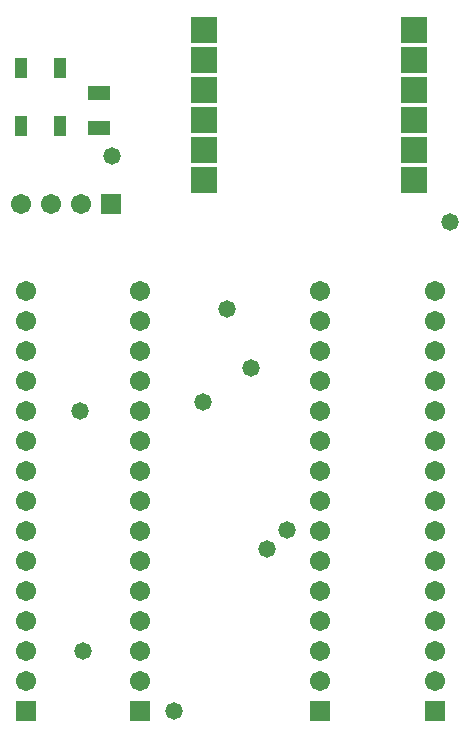
<source format=gts>
G04*
G04 #@! TF.GenerationSoftware,Altium Limited,Altium Designer,20.0.13 (296)*
G04*
G04 Layer_Color=8388736*
%FSLAX25Y25*%
%MOIN*%
G70*
G01*
G75*
%ADD10R,0.08800X0.08800*%
%ADD11R,0.04343X0.06706*%
%ADD12R,0.07572X0.04934*%
%ADD13C,0.06706*%
%ADD14R,0.06706X0.06706*%
%ADD15R,0.06706X0.06706*%
%ADD16C,0.05800*%
D10*
X70000Y-7000D02*
D03*
Y-17000D02*
D03*
Y-27000D02*
D03*
Y-37000D02*
D03*
Y-47000D02*
D03*
Y-57000D02*
D03*
X140000D02*
D03*
Y-47000D02*
D03*
Y-37000D02*
D03*
Y-27000D02*
D03*
Y-17000D02*
D03*
Y-7000D02*
D03*
D11*
X21992Y-19500D02*
D03*
X9000D02*
D03*
Y-38791D02*
D03*
X21992D02*
D03*
D12*
X35000Y-28004D02*
D03*
Y-39500D02*
D03*
D13*
X147000Y-94000D02*
D03*
Y-104000D02*
D03*
Y-114000D02*
D03*
Y-124000D02*
D03*
Y-134000D02*
D03*
Y-144000D02*
D03*
Y-154000D02*
D03*
Y-164000D02*
D03*
Y-174000D02*
D03*
Y-184000D02*
D03*
Y-194000D02*
D03*
Y-204000D02*
D03*
Y-214000D02*
D03*
Y-224000D02*
D03*
X108500Y-94000D02*
D03*
Y-104000D02*
D03*
Y-114000D02*
D03*
Y-124000D02*
D03*
Y-134000D02*
D03*
Y-144000D02*
D03*
Y-154000D02*
D03*
Y-164000D02*
D03*
Y-174000D02*
D03*
Y-184000D02*
D03*
Y-194000D02*
D03*
Y-204000D02*
D03*
Y-214000D02*
D03*
Y-224000D02*
D03*
X48500Y-94000D02*
D03*
Y-104000D02*
D03*
Y-114000D02*
D03*
Y-124000D02*
D03*
Y-134000D02*
D03*
Y-144000D02*
D03*
Y-154000D02*
D03*
Y-164000D02*
D03*
Y-174000D02*
D03*
Y-184000D02*
D03*
Y-194000D02*
D03*
Y-204000D02*
D03*
Y-214000D02*
D03*
Y-224000D02*
D03*
X10500Y-94000D02*
D03*
Y-104000D02*
D03*
Y-114000D02*
D03*
Y-124000D02*
D03*
Y-134000D02*
D03*
Y-144000D02*
D03*
Y-154000D02*
D03*
Y-164000D02*
D03*
Y-174000D02*
D03*
Y-184000D02*
D03*
Y-194000D02*
D03*
Y-204000D02*
D03*
Y-214000D02*
D03*
Y-224000D02*
D03*
X9000Y-65000D02*
D03*
X19000D02*
D03*
X29000D02*
D03*
D14*
X147000Y-234000D02*
D03*
X108500D02*
D03*
X48500D02*
D03*
X10500D02*
D03*
D15*
X39000Y-65000D02*
D03*
D16*
X97500Y-173500D02*
D03*
X91000Y-180000D02*
D03*
X69500Y-131000D02*
D03*
X85500Y-119500D02*
D03*
X77500Y-100000D02*
D03*
X39250Y-48750D02*
D03*
X60000Y-234000D02*
D03*
X28500Y-134000D02*
D03*
X29500Y-214000D02*
D03*
X152000Y-71000D02*
D03*
M02*

</source>
